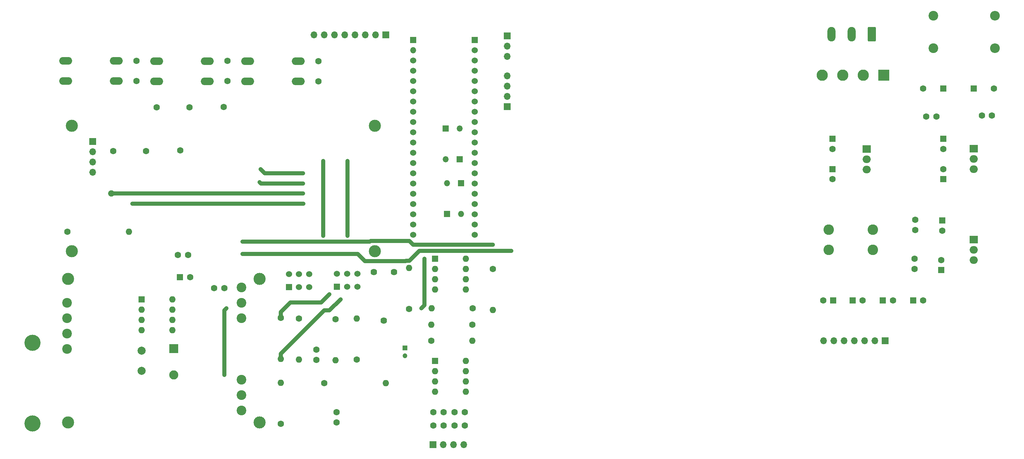
<source format=gbr>
%TF.GenerationSoftware,KiCad,Pcbnew,8.0.3*%
%TF.CreationDate,2024-11-22T15:21:49+07:00*%
%TF.ProjectId,oscilloscope,6f736369-6c6c-46f7-9363-6f70652e6b69,rev?*%
%TF.SameCoordinates,Original*%
%TF.FileFunction,Copper,L1,Top*%
%TF.FilePolarity,Positive*%
%FSLAX46Y46*%
G04 Gerber Fmt 4.6, Leading zero omitted, Abs format (unit mm)*
G04 Created by KiCad (PCBNEW 8.0.3) date 2024-11-22 15:21:49*
%MOMM*%
%LPD*%
G01*
G04 APERTURE LIST*
G04 Aperture macros list*
%AMRoundRect*
0 Rectangle with rounded corners*
0 $1 Rounding radius*
0 $2 $3 $4 $5 $6 $7 $8 $9 X,Y pos of 4 corners*
0 Add a 4 corners polygon primitive as box body*
4,1,4,$2,$3,$4,$5,$6,$7,$8,$9,$2,$3,0*
0 Add four circle primitives for the rounded corners*
1,1,$1+$1,$2,$3*
1,1,$1+$1,$4,$5*
1,1,$1+$1,$6,$7*
1,1,$1+$1,$8,$9*
0 Add four rect primitives between the rounded corners*
20,1,$1+$1,$2,$3,$4,$5,0*
20,1,$1+$1,$4,$5,$6,$7,0*
20,1,$1+$1,$6,$7,$8,$9,0*
20,1,$1+$1,$8,$9,$2,$3,0*%
%AMHorizOval*
0 Thick line with rounded ends*
0 $1 width*
0 $2 $3 position (X,Y) of the first rounded end (center of the circle)*
0 $4 $5 position (X,Y) of the second rounded end (center of the circle)*
0 Add line between two ends*
20,1,$1,$2,$3,$4,$5,0*
0 Add two circle primitives to create the rounded ends*
1,1,$1,$2,$3*
1,1,$1,$4,$5*%
G04 Aperture macros list end*
%TA.AperFunction,ComponentPad*%
%ADD10R,1.600000X1.600000*%
%TD*%
%TA.AperFunction,ComponentPad*%
%ADD11C,1.600000*%
%TD*%
%TA.AperFunction,ComponentPad*%
%ADD12R,1.700000X1.700000*%
%TD*%
%TA.AperFunction,ComponentPad*%
%ADD13O,1.700000X1.700000*%
%TD*%
%TA.AperFunction,ComponentPad*%
%ADD14O,1.600000X1.600000*%
%TD*%
%TA.AperFunction,ComponentPad*%
%ADD15R,1.500000X1.500000*%
%TD*%
%TA.AperFunction,ComponentPad*%
%ADD16O,1.500000X1.500000*%
%TD*%
%TA.AperFunction,ComponentPad*%
%ADD17O,3.200000X1.900000*%
%TD*%
%TA.AperFunction,ComponentPad*%
%ADD18R,2.000000X1.905000*%
%TD*%
%TA.AperFunction,ComponentPad*%
%ADD19O,2.000000X1.905000*%
%TD*%
%TA.AperFunction,ComponentPad*%
%ADD20C,2.600000*%
%TD*%
%TA.AperFunction,ComponentPad*%
%ADD21C,3.000000*%
%TD*%
%TA.AperFunction,ComponentPad*%
%ADD22C,2.400000*%
%TD*%
%TA.AperFunction,ComponentPad*%
%ADD23R,2.250000X2.250000*%
%TD*%
%TA.AperFunction,ComponentPad*%
%ADD24C,2.250000*%
%TD*%
%TA.AperFunction,ComponentPad*%
%ADD25C,2.000000*%
%TD*%
%TA.AperFunction,ComponentPad*%
%ADD26C,4.000000*%
%TD*%
%TA.AperFunction,ComponentPad*%
%ADD27R,1.524000X1.524000*%
%TD*%
%TA.AperFunction,ComponentPad*%
%ADD28C,1.524000*%
%TD*%
%TA.AperFunction,ComponentPad*%
%ADD29O,2.400000X2.400000*%
%TD*%
%TA.AperFunction,ComponentPad*%
%ADD30O,1.524000X1.524000*%
%TD*%
%TA.AperFunction,ComponentPad*%
%ADD31R,1.200000X1.200000*%
%TD*%
%TA.AperFunction,ComponentPad*%
%ADD32C,1.200000*%
%TD*%
%TA.AperFunction,ComponentPad*%
%ADD33RoundRect,0.250000X0.750000X1.550000X-0.750000X1.550000X-0.750000X-1.550000X0.750000X-1.550000X0*%
%TD*%
%TA.AperFunction,ComponentPad*%
%ADD34O,2.000000X3.600000*%
%TD*%
%TA.AperFunction,ComponentPad*%
%ADD35HorizOval,1.600000X0.000000X0.000000X0.000000X0.000000X0*%
%TD*%
%TA.AperFunction,ComponentPad*%
%ADD36R,2.800000X2.800000*%
%TD*%
%TA.AperFunction,ComponentPad*%
%ADD37C,2.800000*%
%TD*%
%TA.AperFunction,ComponentPad*%
%ADD38C,1.620000*%
%TD*%
%TA.AperFunction,ViaPad*%
%ADD39C,0.600000*%
%TD*%
%TA.AperFunction,Conductor*%
%ADD40C,1.000000*%
%TD*%
%TA.AperFunction,Conductor*%
%ADD41C,1.500000*%
%TD*%
G04 APERTURE END LIST*
D10*
%TO.P,C30,1*%
%TO.N,+5V*%
X71067621Y-100392500D03*
D11*
%TO.P,C30,2*%
%TO.N,GND*%
X73567621Y-100392500D03*
%TD*%
D12*
%TO.P,REF\u002A\u002A,1*%
%TO.N,GND*%
X133697621Y-141892500D03*
D13*
%TO.P,REF\u002A\u002A,2*%
%TO.N,-12V*%
X136237621Y-141892500D03*
%TO.P,REF\u002A\u002A,3*%
%TO.N,GND*%
X138777621Y-141892500D03*
%TO.P,REF\u002A\u002A,4*%
%TO.N,+12V*%
X141317621Y-141892500D03*
%TD*%
D11*
%TO.P,C3,1*%
%TO.N,/SETUP*%
X82827621Y-51782500D03*
%TO.P,C3,2*%
%TO.N,GND*%
X82827621Y-46782500D03*
%TD*%
D10*
%TO.P,C6,1*%
%TO.N,Net-(U1-VO)*%
X260067621Y-76142500D03*
D11*
%TO.P,C6,2*%
%TO.N,GND*%
X260067621Y-73642500D03*
%TD*%
%TO.P,C28,1*%
%TO.N,GND*%
X253067621Y-88692500D03*
%TO.P,C28,2*%
%TO.N,+12V*%
X253067621Y-86192500D03*
%TD*%
%TO.P,C27,1*%
%TO.N,Net-(D1--)*%
X255817621Y-60642500D03*
%TO.P,C27,2*%
%TO.N,GND*%
X258317621Y-60642500D03*
%TD*%
%TO.P,R9,1*%
%TO.N,GND*%
X114817621Y-120802500D03*
D14*
%TO.P,R9,2*%
%TO.N,Net-(SW5A-B)*%
X114817621Y-110642500D03*
%TD*%
D11*
%TO.P,R14,1*%
%TO.N,DC_MODE*%
X96067621Y-110522500D03*
D14*
%TO.P,R14,2*%
%TO.N,Net-(SW4A-B)*%
X96067621Y-120682500D03*
%TD*%
D10*
%TO.P,C7,1*%
%TO.N,Net-(D1-+)*%
X267567621Y-53642500D03*
D11*
%TO.P,C7,2*%
%TO.N,GND*%
X272567621Y-53642500D03*
%TD*%
D15*
%TO.P,D3,1,K*%
%TO.N,/ADC1_O*%
X140667621Y-77142500D03*
D16*
%TO.P,D3,2,A*%
%TO.N,GND*%
X140667621Y-84762500D03*
%TD*%
D11*
%TO.P,C2,1*%
%TO.N,/AUTO_STOP*%
X105327621Y-51902500D03*
%TO.P,C2,2*%
%TO.N,GND*%
X105327621Y-46902500D03*
%TD*%
D17*
%TO.P,SW1,1,1*%
%TO.N,GND*%
X42827621Y-46782500D03*
X55327621Y-46782500D03*
%TO.P,SW1,2,2*%
%TO.N,/MODE*%
X42827621Y-51782500D03*
X55327621Y-51782500D03*
%TD*%
D11*
%TO.P,R7,1*%
%TO.N,Net-(SW5A-B)*%
X100567621Y-110642500D03*
D14*
%TO.P,R7,2*%
%TO.N,Net-(SW5A-A)*%
X100567621Y-120802500D03*
%TD*%
D15*
%TO.P,D7,1,K*%
%TO.N,+5V*%
X136827621Y-63587500D03*
D16*
%TO.P,D7,2,A*%
%TO.N,/ADC2_O*%
X136827621Y-71207500D03*
%TD*%
D18*
%TO.P,U3,1,IN*%
%TO.N,+12V*%
X267567621Y-91102500D03*
D19*
%TO.P,U3,2,GND*%
%TO.N,GND*%
X267567621Y-93642500D03*
%TO.P,U3,3,OUT*%
%TO.N,+5V*%
X267567621Y-96182500D03*
%TD*%
D10*
%TO.P,U6,1*%
%TO.N,/MODE_PROTECT*%
X61567621Y-105892500D03*
D14*
%TO.P,U6,2,-*%
%TO.N,+5V*%
X61567621Y-108432500D03*
%TO.P,U6,3,+*%
%TO.N,Net-(D4-K)*%
X61567621Y-110972500D03*
%TO.P,U6,4,V-*%
%TO.N,GND*%
X61567621Y-113512500D03*
%TO.P,U6,5,+*%
%TO.N,unconnected-(U6B-+-Pad5)*%
X69187621Y-113512500D03*
%TO.P,U6,6,-*%
%TO.N,unconnected-(U6B---Pad6)*%
X69187621Y-110972500D03*
%TO.P,U6,7*%
%TO.N,unconnected-(U6-Pad7)*%
X69187621Y-108432500D03*
%TO.P,U6,8,V+*%
%TO.N,+5V*%
X69187621Y-105892500D03*
%TD*%
D11*
%TO.P,R17,1*%
%TO.N,Net-(U7--)*%
X133317621Y-116142500D03*
D14*
%TO.P,R17,2*%
%TO.N,/ADC2_O*%
X143477621Y-116142500D03*
%TD*%
D11*
%TO.P,C25,1*%
%TO.N,GND*%
X139067621Y-137142500D03*
%TO.P,C25,2*%
%TO.N,+12V*%
X141567621Y-137142500D03*
%TD*%
D12*
%TO.P,J2,1,Pin_1*%
%TO.N,+5V*%
X152067621Y-40642500D03*
D13*
%TO.P,J2,2,Pin_2*%
%TO.N,Net-(J2-Pin_2)*%
X152067621Y-43182500D03*
%TO.P,J2,3,Pin_3*%
%TO.N,+3.3V*%
X152067621Y-45722500D03*
%TD*%
D12*
%TO.P,J6,1,Pin_1*%
%TO.N,/NSS2*%
X122067621Y-40392500D03*
D13*
%TO.P,J6,2,Pin_2*%
%TO.N,/SCK2*%
X119527621Y-40392500D03*
%TO.P,J6,3,Pin_3*%
%TO.N,/MISO2*%
X116987621Y-40392500D03*
%TO.P,J6,4,Pin_4*%
%TO.N,/MOSI2*%
X114447621Y-40392500D03*
%TO.P,J6,5,Pin_5*%
%TO.N,unconnected-(J6-Pin_5-Pad5)*%
X111907621Y-40392500D03*
%TO.P,J6,6,Pin_6*%
%TO.N,+5V*%
X109367621Y-40392500D03*
%TO.P,J6,7,Pin_7*%
%TO.N,GND*%
X106827621Y-40392500D03*
%TO.P,J6,8,Pin_8*%
%TO.N,+3.3V*%
X104287621Y-40392500D03*
%TD*%
D20*
%TO.P,L2,1,1*%
%TO.N,Net-(U2-VO)*%
X231667621Y-88642500D03*
%TO.P,L2,2,2*%
%TO.N,-12V*%
X231667621Y-93642500D03*
%TD*%
D12*
%TO.P,J3,1,Pin_1*%
%TO.N,GND*%
X152067621Y-58182500D03*
D13*
%TO.P,J3,2,Pin_2*%
%TO.N,/TX3*%
X152067621Y-55642500D03*
%TO.P,J3,3,Pin_3*%
%TO.N,/RX3*%
X152067621Y-53102500D03*
%TO.P,J3,4,Pin_4*%
%TO.N,Net-(J2-Pin_2)*%
X152067621Y-50562500D03*
%TD*%
D17*
%TO.P,SW2,1,1*%
%TO.N,GND*%
X87827621Y-46902500D03*
X100327621Y-46902500D03*
%TO.P,SW2,2,2*%
%TO.N,/AUTO_STOP*%
X87827621Y-51902500D03*
X100327621Y-51902500D03*
%TD*%
D10*
%TO.P,U5,1*%
%TO.N,Net-(R10-Pad1)*%
X134267621Y-95842500D03*
D14*
%TO.P,U5,2,-*%
%TO.N,Net-(U5A--)*%
X134267621Y-98382500D03*
%TO.P,U5,3,+*%
%TO.N,Net-(SW5A-B)*%
X134267621Y-100922500D03*
%TO.P,U5,4,V-*%
%TO.N,-12V*%
X134267621Y-103462500D03*
%TO.P,U5,5,+*%
%TO.N,Net-(U5B-+)*%
X141887621Y-103462500D03*
%TO.P,U5,6,-*%
%TO.N,Net-(U5B--)*%
X141887621Y-100922500D03*
%TO.P,U5,7*%
%TO.N,/ADC1_O*%
X141887621Y-98382500D03*
%TO.P,U5,8,V+*%
%TO.N,+12V*%
X141887621Y-95842500D03*
%TD*%
D11*
%TO.P,C21,1*%
%TO.N,GND*%
X104817621Y-120892500D03*
%TO.P,C21,2*%
%TO.N,Net-(SW5A-B)*%
X104817621Y-118392500D03*
%TD*%
D21*
%TO.P,RELAY1,*%
%TO.N,*%
X90772621Y-100832500D03*
X43401621Y-100832500D03*
X90772621Y-136392500D03*
X43401621Y-136392500D03*
D22*
%TO.P,RELAY1,1,DC+*%
%TO.N,+5V*%
X43147621Y-106732500D03*
%TO.P,RELAY1,2,DC-*%
%TO.N,GND*%
X43147621Y-110542500D03*
%TO.P,RELAY1,3,IN1*%
%TO.N,/MODE_CONT*%
X43147621Y-114352500D03*
%TO.P,RELAY1,4,IN2*%
%TO.N,/MODE_PROTECT*%
X43147621Y-118162500D03*
%TO.P,RELAY1,5,NC1*%
%TO.N,AC_MODE*%
X86327621Y-102922500D03*
%TO.P,RELAY1,6,COM1*%
%TO.N,Net-(RELAY1-COM1)*%
X86327621Y-106732500D03*
%TO.P,RELAY1,7,NO1*%
%TO.N,DC_MODE*%
X86327621Y-110542500D03*
%TO.P,RELAY1,8,NC2*%
%TO.N,Net-(RELAY1-COM1)*%
X86327621Y-125782500D03*
%TO.P,RELAY1,9,COM2*%
%TO.N,Net-(J5-Pin_1)*%
X86327621Y-129592500D03*
%TO.P,RELAY1,10,NO2*%
%TO.N,unconnected-(RELAY1-NO2-Pad10)*%
X86327621Y-133402500D03*
%TD*%
D10*
%TO.P,C11,1*%
%TO.N,GND*%
X232817621Y-106142500D03*
D11*
%TO.P,C11,2*%
%TO.N,-12V*%
X230317621Y-106142500D03*
%TD*%
%TO.P,R10,1*%
%TO.N,Net-(R10-Pad1)*%
X127817621Y-108302500D03*
D14*
%TO.P,R10,2*%
%TO.N,Net-(U5A--)*%
X127817621Y-98142500D03*
%TD*%
D23*
%TO.P,SW6,1,1*%
%TO.N,GND*%
X69567621Y-118142500D03*
D24*
%TO.P,SW6,2,2*%
%TO.N,Net-(D4-K)*%
X69567621Y-124642500D03*
%TD*%
D10*
%TO.P,C13,1*%
%TO.N,+5V*%
X245067621Y-106142500D03*
D11*
%TO.P,C13,2*%
%TO.N,GND*%
X247567621Y-106142500D03*
%TD*%
D10*
%TO.P,C10,1*%
%TO.N,GND*%
X232567621Y-73642500D03*
D11*
%TO.P,C10,2*%
%TO.N,Net-(U2-VO)*%
X232567621Y-76142500D03*
%TD*%
%TO.P,C22,1*%
%TO.N,GND*%
X109817621Y-136392500D03*
%TO.P,C22,2*%
%TO.N,Net-(C22-Pad2)*%
X109817621Y-133892500D03*
%TD*%
D25*
%TO.P,C23,1*%
%TO.N,Net-(D4-K)*%
X61567621Y-123642500D03*
%TO.P,C23,2*%
%TO.N,GND*%
X61567621Y-118642500D03*
%TD*%
D10*
%TO.P,C8,1*%
%TO.N,GND*%
X260067621Y-53642500D03*
D11*
%TO.P,C8,2*%
%TO.N,Net-(D1--)*%
X255067621Y-53642500D03*
%TD*%
D26*
%TO.P,J5,1,Pin_1*%
%TO.N,Net-(J5-Pin_1)*%
X34567621Y-116642500D03*
%TO.P,J5,2,Pin_2*%
%TO.N,GND*%
X34567621Y-136642500D03*
%TD*%
D10*
%TO.P,C9,1*%
%TO.N,GND*%
X232567621Y-66142500D03*
D11*
%TO.P,C9,2*%
%TO.N,Net-(D1--)*%
X232567621Y-68642500D03*
%TD*%
D27*
%TO.P,SW5,1,A*%
%TO.N,Net-(SW5A-A)*%
X98067621Y-102842500D03*
D28*
%TO.P,SW5,2,B*%
%TO.N,Net-(SW5A-B)*%
X100567621Y-102842500D03*
%TO.P,SW5,3,A*%
%TO.N,GND*%
X98067621Y-99642500D03*
%TO.P,SW5,4,B*%
%TO.N,/AC_RANGE*%
X100567621Y-99642500D03*
%TO.P,SW5,5*%
%TO.N,N/C*%
X103067621Y-102842500D03*
%TO.P,SW5,6*%
X103067621Y-99642500D03*
%TD*%
D22*
%TO.P,R5,1*%
%TO.N,Net-(D1--)*%
X257567621Y-43642500D03*
D29*
%TO.P,R5,2*%
%TO.N,GND*%
X272807621Y-43642500D03*
%TD*%
D27*
%TO.P,STM32-1,1,B12*%
%TO.N,/NSS2*%
X128827621Y-41622500D03*
D30*
%TO.P,STM32-1,2,B13*%
%TO.N,/SCK2*%
X128827621Y-44162500D03*
D28*
%TO.P,STM32-1,3,B14*%
%TO.N,/MISO2*%
X128827621Y-46702500D03*
%TO.P,STM32-1,4,B15*%
%TO.N,/MOSI2*%
X128827621Y-49242500D03*
%TO.P,STM32-1,5,A8*%
%TO.N,/AUTO_STOP*%
X128827621Y-51782500D03*
%TO.P,STM32-1,6,A9*%
%TO.N,/SETUP*%
X128827621Y-54322500D03*
%TO.P,STM32-1,7,A10*%
%TO.N,/MODE*%
X128827621Y-56862500D03*
%TO.P,STM32-1,8,A11*%
%TO.N,/USB-*%
X128827621Y-59402500D03*
%TO.P,STM32-1,9,A12*%
%TO.N,/USB+*%
X128827621Y-61942500D03*
%TO.P,STM32-1,10,A15*%
%TO.N,unconnected-(STM32-1-A15-Pad10)*%
X128827621Y-64482500D03*
%TO.P,STM32-1,11,B3*%
%TO.N,/AC_RANGE*%
X128827621Y-67022500D03*
%TO.P,STM32-1,12,B4*%
%TO.N,/DC_RANGE*%
X128827621Y-69562500D03*
%TO.P,STM32-1,13,B5*%
%TO.N,unconnected-(STM32-1-B5-Pad13)*%
X128827621Y-72102500D03*
%TO.P,STM32-1,14,B6*%
%TO.N,/SDA*%
X128827621Y-74642500D03*
%TO.P,STM32-1,15,B7*%
%TO.N,/SCL*%
X128827621Y-77182500D03*
%TO.P,STM32-1,16,B8*%
%TO.N,/MODE_CONT*%
X128827621Y-79722500D03*
%TO.P,STM32-1,17,B9*%
%TO.N,/MODE_PROTECT*%
X128827621Y-82262500D03*
%TO.P,STM32-1,18,5V*%
%TO.N,+5V*%
X128827621Y-84802500D03*
%TO.P,STM32-1,19,GND*%
%TO.N,GND*%
X128827621Y-87342500D03*
%TO.P,STM32-1,20,3.3V*%
%TO.N,unconnected-(STM32-1-3.3V-Pad20)*%
X128827621Y-89882500D03*
%TO.P,STM32-1,21,VB*%
%TO.N,unconnected-(STM32-1-VB-Pad21)*%
X144067621Y-89882500D03*
%TO.P,STM32-1,22,C13*%
%TO.N,unconnected-(STM32-1-C13-Pad22)*%
X144067621Y-87342500D03*
%TO.P,STM32-1,23,C14*%
%TO.N,unconnected-(STM32-1-C14-Pad23)*%
X144067621Y-84802500D03*
%TO.P,STM32-1,24,C15*%
%TO.N,unconnected-(STM32-1-C15-Pad24)*%
X144067621Y-82262500D03*
%TO.P,STM32-1,25,A0*%
%TO.N,unconnected-(STM32-1-A0-Pad25)*%
X144067621Y-79722500D03*
%TO.P,STM32-1,26,A1*%
%TO.N,/ADC1_O*%
X144067621Y-77182500D03*
%TO.P,STM32-1,27,A2*%
%TO.N,/ADC2_O*%
X144067621Y-74642500D03*
%TO.P,STM32-1,28,A3*%
%TO.N,unconnected-(STM32-1-A3-Pad28)*%
X144067621Y-72102500D03*
%TO.P,STM32-1,29,A4*%
%TO.N,unconnected-(STM32-1-A4-Pad29)*%
X144067621Y-69562500D03*
%TO.P,STM32-1,30,A5*%
%TO.N,unconnected-(STM32-1-A5-Pad30)*%
X144067621Y-67022500D03*
%TO.P,STM32-1,31,A6*%
%TO.N,unconnected-(STM32-1-A6-Pad31)*%
X144067621Y-64482500D03*
%TO.P,STM32-1,32,A7*%
%TO.N,unconnected-(STM32-1-A7-Pad32)*%
X144067621Y-61942500D03*
%TO.P,STM32-1,33,B0*%
%TO.N,unconnected-(STM32-1-B0-Pad33)*%
X144067621Y-59402500D03*
%TO.P,STM32-1,34,B1*%
%TO.N,GND*%
X144067621Y-56862500D03*
%TO.P,STM32-1,35,B10*%
%TO.N,/TX3*%
X144067621Y-54322500D03*
%TO.P,STM32-1,36,B11*%
%TO.N,/RX3*%
X144067621Y-51782500D03*
%TO.P,STM32-1,37,R*%
%TO.N,unconnected-(STM32-1-R-Pad37)*%
X144067621Y-49242500D03*
%TO.P,STM32-1,38,3.3V*%
%TO.N,+3.3V*%
X144067621Y-46702500D03*
%TO.P,STM32-1,39,GND*%
%TO.N,GND*%
X144067621Y-44162500D03*
D27*
%TO.P,STM32-1,40,GND*%
X144067621Y-41622500D03*
%TD*%
D11*
%TO.P,R12,1*%
%TO.N,Net-(U5A--)*%
X109567621Y-110812500D03*
D14*
%TO.P,R12,2*%
%TO.N,Net-(C22-Pad2)*%
X109567621Y-120972500D03*
%TD*%
D11*
%TO.P,C18,1*%
%TO.N,GND*%
X139067621Y-133892500D03*
%TO.P,C18,2*%
%TO.N,+12V*%
X141567621Y-133892500D03*
%TD*%
D31*
%TO.P,C19,1*%
%TO.N,Net-(C19-Pad1)*%
X126817621Y-117892500D03*
D32*
%TO.P,C19,2*%
%TO.N,GND*%
X126817621Y-119892500D03*
%TD*%
D10*
%TO.P,C15,1*%
%TO.N,+3.3V*%
X252567621Y-106142500D03*
D11*
%TO.P,C15,2*%
%TO.N,GND*%
X255067621Y-106142500D03*
%TD*%
D33*
%TO.P,J4,1,Pin_1*%
%TO.N,GND*%
X242317621Y-40170000D03*
D34*
%TO.P,J4,2,Pin_2*%
%TO.N,Net-(J4-Pin_2)*%
X237317621Y-40170000D03*
%TO.P,J4,3,Pin_3*%
%TO.N,Net-(J4-Pin_3)*%
X232317621Y-40170000D03*
%TD*%
D27*
%TO.P,SW4,1,A*%
%TO.N,DC_MODE*%
X109967621Y-102742500D03*
D28*
%TO.P,SW4,2,B*%
%TO.N,Net-(SW4A-B)*%
X112467621Y-102742500D03*
%TO.P,SW4,3,A*%
%TO.N,GND*%
X109967621Y-99542500D03*
%TO.P,SW4,4,B*%
%TO.N,/DC_RANGE*%
X112467621Y-99542500D03*
%TO.P,SW4,5*%
%TO.N,N/C*%
X114967621Y-102742500D03*
%TO.P,SW4,6*%
X114967621Y-99542500D03*
%TD*%
D11*
%TO.P,C20,1*%
%TO.N,AC_MODE*%
X82067621Y-103142500D03*
%TO.P,C20,2*%
%TO.N,Net-(SW5A-A)*%
X79567621Y-103142500D03*
%TD*%
%TO.P,R1,1*%
%TO.N,+5V*%
X54539467Y-69142500D03*
D35*
%TO.P,R1,2*%
%TO.N,/MODE*%
X65315774Y-58366193D03*
%TD*%
D15*
%TO.P,D2,1,K*%
%TO.N,+5V*%
X137167621Y-84772500D03*
D16*
%TO.P,D2,2,A*%
%TO.N,/ADC1_O*%
X137167621Y-77152500D03*
%TD*%
D10*
%TO.P,C4,1*%
%TO.N,+12V*%
X237567621Y-106142500D03*
D11*
%TO.P,C4,2*%
%TO.N,GND*%
X240067621Y-106142500D03*
%TD*%
%TO.P,C1,1*%
%TO.N,/MODE*%
X60327621Y-51782500D03*
%TO.P,C1,2*%
%TO.N,GND*%
X60327621Y-46782500D03*
%TD*%
D36*
%TO.P,D1,1,+*%
%TO.N,Net-(D1-+)*%
X245317621Y-50392500D03*
D37*
%TO.P,D1,2*%
%TO.N,Net-(J4-Pin_2)*%
X240237621Y-50392500D03*
%TO.P,D1,3,-*%
%TO.N,Net-(D1--)*%
X235157621Y-50392500D03*
%TO.P,D1,4*%
%TO.N,Net-(J4-Pin_3)*%
X230077621Y-50392500D03*
%TD*%
D11*
%TO.P,C29,1*%
%TO.N,GND*%
X252967621Y-95842500D03*
%TO.P,C29,2*%
%TO.N,+5V*%
X252967621Y-98342500D03*
%TD*%
%TO.P,C24,1*%
%TO.N,-12V*%
X136317621Y-137142500D03*
%TO.P,C24,2*%
%TO.N,GND*%
X133817621Y-137142500D03*
%TD*%
D10*
%TO.P,C5,1*%
%TO.N,Net-(D1-+)*%
X260067621Y-66142500D03*
D11*
%TO.P,C5,2*%
%TO.N,GND*%
X260067621Y-68642500D03*
%TD*%
D18*
%TO.P,U2,1,GND*%
%TO.N,GND*%
X241067621Y-68642500D03*
D19*
%TO.P,U2,2,VI*%
%TO.N,Net-(D1--)*%
X241067621Y-71182500D03*
%TO.P,U2,3,VO*%
%TO.N,Net-(U2-VO)*%
X241067621Y-73722500D03*
%TD*%
D11*
%TO.P,R6,1*%
%TO.N,Net-(U5B-+)*%
X143487621Y-112142500D03*
D14*
%TO.P,R6,2*%
%TO.N,Net-(C19-Pad1)*%
X133327621Y-112142500D03*
%TD*%
D11*
%TO.P,C26,1*%
%TO.N,GND*%
X272067621Y-60392500D03*
%TO.P,C26,2*%
%TO.N,Net-(D1-+)*%
X269567621Y-60392500D03*
%TD*%
%TO.P,C17,1*%
%TO.N,-12V*%
X136317621Y-133892500D03*
%TO.P,C17,2*%
%TO.N,GND*%
X133817621Y-133892500D03*
%TD*%
D10*
%TO.P,C14,1*%
%TO.N,+5V*%
X259567621Y-98642500D03*
D11*
%TO.P,C14,2*%
%TO.N,GND*%
X259567621Y-96142500D03*
%TD*%
D10*
%TO.P,U7,1,VOS*%
%TO.N,unconnected-(U7-VOS-Pad1)*%
X134197621Y-121122500D03*
D14*
%TO.P,U7,2,-*%
%TO.N,Net-(U7--)*%
X134197621Y-123662500D03*
%TO.P,U7,3,+*%
%TO.N,Net-(U7-+)*%
X134197621Y-126202500D03*
%TO.P,U7,4,V-*%
%TO.N,-12V*%
X134197621Y-128742500D03*
%TO.P,U7,5,NC*%
%TO.N,unconnected-(U7-NC-Pad5)*%
X141817621Y-128742500D03*
%TO.P,U7,6*%
%TO.N,/ADC2_O*%
X141817621Y-126202500D03*
%TO.P,U7,7,V+*%
%TO.N,+12V*%
X141817621Y-123662500D03*
%TO.P,U7,8,VOS*%
%TO.N,unconnected-(U7-VOS-Pad8)*%
X141817621Y-121122500D03*
%TD*%
D20*
%TO.P,L1,1,1*%
%TO.N,Net-(U1-VO)*%
X242567621Y-88642500D03*
%TO.P,L1,2,2*%
%TO.N,+12V*%
X242567621Y-93642500D03*
%TD*%
D21*
%TO.P,LCD1,*%
%TO.N,*%
X44328521Y-62932500D03*
X44328521Y-93933200D03*
X119327101Y-93933200D03*
X119327621Y-62932500D03*
D12*
%TO.P,LCD1,1,GND*%
%TO.N,GND*%
X49447621Y-66782500D03*
D13*
%TO.P,LCD1,2,VCC*%
%TO.N,+5V*%
X49447621Y-69322500D03*
%TO.P,LCD1,3,SDA*%
%TO.N,/SDA*%
X49447621Y-71862500D03*
%TO.P,LCD1,4,SCL*%
%TO.N,/SCL*%
X49447621Y-74402500D03*
%TD*%
D38*
%TO.P,RV1,1,1*%
%TO.N,+5V*%
X124067621Y-99142500D03*
%TO.P,RV1,2,2*%
%TO.N,Net-(C19-Pad1)*%
X121567621Y-111142500D03*
%TO.P,RV1,3,3*%
%TO.N,GND*%
X119067621Y-99142500D03*
%TD*%
D18*
%TO.P,U1,1,VI*%
%TO.N,Net-(D1-+)*%
X267567621Y-68602500D03*
D19*
%TO.P,U1,2,GND*%
%TO.N,GND*%
X267567621Y-71142500D03*
%TO.P,U1,3,VO*%
%TO.N,Net-(U1-VO)*%
X267567621Y-73682500D03*
%TD*%
D11*
%TO.P,R11,1*%
%TO.N,/ADC1_O*%
X148567621Y-98392500D03*
D14*
%TO.P,R11,2*%
%TO.N,Net-(U5B--)*%
X148567621Y-108552500D03*
%TD*%
D11*
%TO.P,R8,1*%
%TO.N,Net-(U5B-+)*%
X143567621Y-108142500D03*
D14*
%TO.P,R8,2*%
%TO.N,Net-(R10-Pad1)*%
X133407621Y-108142500D03*
%TD*%
D15*
%TO.P,D8,1,K*%
%TO.N,/ADC2_O*%
X140327621Y-71217500D03*
D16*
%TO.P,D8,2,A*%
%TO.N,GND*%
X140327621Y-63597500D03*
%TD*%
D11*
%TO.P,R16,1*%
%TO.N,GND*%
X96067621Y-136722500D03*
D14*
%TO.P,R16,2*%
%TO.N,Net-(SW4A-B)*%
X96067621Y-126562500D03*
%TD*%
D11*
%TO.P,R3,1*%
%TO.N,+5V*%
X62667621Y-69142500D03*
D35*
%TO.P,R3,2*%
%TO.N,/SETUP*%
X73443928Y-58366193D03*
%TD*%
D17*
%TO.P,SW3,1,1*%
%TO.N,GND*%
X65327621Y-46902500D03*
X77827621Y-46902500D03*
%TO.P,SW3,2,2*%
%TO.N,/SETUP*%
X65327621Y-51902500D03*
X77827621Y-51902500D03*
%TD*%
D12*
%TO.P,REF\u002A\u002A,1*%
%TO.N,+3.3V*%
X245607621Y-116142500D03*
D13*
%TO.P,REF\u002A\u002A,2*%
%TO.N,GND*%
X243067621Y-116142500D03*
%TO.P,REF\u002A\u002A,3*%
%TO.N,+5V*%
X240527621Y-116142500D03*
%TO.P,REF\u002A\u002A,4*%
%TO.N,GND*%
X237987621Y-116142500D03*
%TO.P,REF\u002A\u002A,5*%
%TO.N,+12V*%
X235447621Y-116142500D03*
%TO.P,REF\u002A\u002A,6*%
%TO.N,GND*%
X232907621Y-116142500D03*
%TO.P,REF\u002A\u002A,7*%
%TO.N,-12V*%
X230367621Y-116142500D03*
%TD*%
D11*
%TO.P,R13,1*%
%TO.N,+5V*%
X43197621Y-89142500D03*
D14*
%TO.P,R13,2*%
%TO.N,/MODE_PROTECT*%
X58437621Y-89142500D03*
%TD*%
D10*
%TO.P,C12,1*%
%TO.N,+12V*%
X259817621Y-86392500D03*
D11*
%TO.P,C12,2*%
%TO.N,GND*%
X259817621Y-88892500D03*
%TD*%
%TO.P,C16,1*%
%TO.N,GND*%
X73067621Y-94892500D03*
%TO.P,C16,2*%
%TO.N,+5V*%
X70567621Y-94892500D03*
%TD*%
D22*
%TO.P,R4,1*%
%TO.N,Net-(D1-+)*%
X257567621Y-35642500D03*
D29*
%TO.P,R4,2*%
%TO.N,GND*%
X272807621Y-35642500D03*
%TD*%
D11*
%TO.P,R15,1*%
%TO.N,Net-(SW4A-B)*%
X106817621Y-126642500D03*
D14*
%TO.P,R15,2*%
%TO.N,Net-(U7-+)*%
X122057621Y-126642500D03*
%TD*%
D11*
%TO.P,R2,1*%
%TO.N,+5V*%
X71151314Y-68978807D03*
D35*
%TO.P,R2,2*%
%TO.N,/AUTO_STOP*%
X81927621Y-58202500D03*
%TD*%
D39*
%TO.N,Net-(SW4A-B)*%
X110817621Y-105892500D03*
%TO.N,DC_MODE*%
X108067621Y-104642500D03*
%TO.N,Net-(RELAY1-COM1)*%
X82567621Y-108142500D03*
X82067621Y-124642500D03*
%TO.N,/SDA*%
X101567621Y-74652500D03*
X91067621Y-73642500D03*
%TO.N,/SCL*%
X101567621Y-77182500D03*
X90827621Y-76902500D03*
%TO.N,/ADC1_O*%
X148567621Y-92392500D03*
X86567621Y-91642500D03*
%TO.N,/MODE_PROTECT*%
X101667621Y-82242500D03*
X59267621Y-82242500D03*
%TO.N,/ADC2_O*%
X86567621Y-94642500D03*
X153067621Y-93892500D03*
%TO.N,/MODE_CONT*%
X54067621Y-79642500D03*
X101567621Y-79702500D03*
%TO.N,/DC_RANGE*%
X112567621Y-71642500D03*
X112567621Y-90142500D03*
%TO.N,/AC_RANGE*%
X106567621Y-90142500D03*
X106567621Y-71642500D03*
%TO.N,Net-(R10-Pad1)*%
X131617621Y-95842500D03*
X130817621Y-108142500D03*
%TD*%
D40*
%TO.N,Net-(SW4A-B)*%
X96067621Y-119392500D02*
X96067621Y-120682500D01*
X108067621Y-108642500D02*
X106817621Y-108642500D01*
X110817621Y-105892500D02*
X108067621Y-108642500D01*
X106817621Y-108642500D02*
X96067621Y-119392500D01*
%TO.N,DC_MODE*%
X106067621Y-106642500D02*
X108067621Y-104642500D01*
%TO.N,Net-(RELAY1-COM1)*%
X82067621Y-124642500D02*
X82067621Y-108642500D01*
X82067621Y-108642500D02*
X82567621Y-108142500D01*
%TO.N,/SDA*%
X92077621Y-74652500D02*
X91067621Y-73642500D01*
X101567621Y-74652500D02*
X92077621Y-74652500D01*
%TO.N,/SCL*%
X91107621Y-77182500D02*
X90827621Y-76902500D01*
X101567621Y-77182500D02*
X91107621Y-77182500D01*
%TO.N,/ADC1_O*%
X128845776Y-92392500D02*
X148567621Y-92392500D01*
X118082267Y-91642500D02*
X118291567Y-91433200D01*
X118291567Y-91433200D02*
X127886476Y-91433200D01*
X127886476Y-91433200D02*
X128845776Y-92392500D01*
X86567621Y-91642500D02*
X118082267Y-91642500D01*
%TO.N,/MODE_PROTECT*%
X101667621Y-82242500D02*
X59267621Y-82242500D01*
%TO.N,/ADC2_O*%
X127895776Y-96342500D02*
X130345776Y-93892500D01*
X86567621Y-94642500D02*
X115082267Y-94642500D01*
X126981336Y-96433200D02*
X127072036Y-96342500D01*
X127072036Y-96342500D02*
X127895776Y-96342500D01*
X116872967Y-96433200D02*
X126981336Y-96433200D01*
X115082267Y-94642500D02*
X116872967Y-96433200D01*
X130345776Y-93892500D02*
X153067621Y-93892500D01*
%TO.N,DC_MODE*%
X96067621Y-110522500D02*
X96067621Y-109022500D01*
X98447621Y-106642500D02*
X106067621Y-106642500D01*
X96067621Y-109022500D02*
X98447621Y-106642500D01*
D41*
%TO.N,/MODE_CONT*%
X54067621Y-79642500D02*
X54127621Y-79702500D01*
D40*
X54127621Y-79702500D02*
X101567621Y-79702500D01*
%TO.N,/DC_RANGE*%
X112567621Y-90142500D02*
X112567621Y-71642500D01*
%TO.N,/AC_RANGE*%
X106567621Y-90142500D02*
X106567621Y-71642500D01*
%TO.N,Net-(R10-Pad1)*%
X131617621Y-95842500D02*
X131567621Y-95892500D01*
X131567621Y-95892500D02*
X131567621Y-107392500D01*
X131567621Y-107392500D02*
X130817621Y-108142500D01*
%TD*%
M02*

</source>
